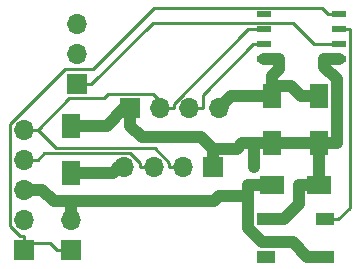
<source format=gtl>
G04 #@! TF.FileFunction,Copper,L1,Top,Signal*
%FSLAX46Y46*%
G04 Gerber Fmt 4.6, Leading zero omitted, Abs format (unit mm)*
G04 Created by KiCad (PCBNEW 4.0.7) date 02/19/20 23:21:01*
%MOMM*%
%LPD*%
G01*
G04 APERTURE LIST*
%ADD10C,0.100000*%
%ADD11R,1.600000X2.000000*%
%ADD12R,2.000000X1.600000*%
%ADD13R,1.700000X1.700000*%
%ADD14O,1.700000X1.700000*%
%ADD15R,1.143000X0.508000*%
%ADD16R,1.600000X1.000000*%
%ADD17C,0.600000*%
%ADD18C,1.000000*%
%ADD19C,0.250000*%
G04 APERTURE END LIST*
D10*
D11*
X137000000Y-98000000D03*
X137000000Y-94000000D03*
X120000000Y-96500000D03*
X120000000Y-100500000D03*
X141000000Y-98000000D03*
X141000000Y-94000000D03*
D12*
X141000000Y-101500000D03*
X137000000Y-101500000D03*
D13*
X120500000Y-93000000D03*
D14*
X120500000Y-90460000D03*
X120500000Y-87920000D03*
D13*
X116000000Y-107000000D03*
D14*
X116000000Y-104460000D03*
X116000000Y-101920000D03*
X116000000Y-99380000D03*
X116000000Y-96840000D03*
D13*
X120000000Y-107000000D03*
D14*
X120000000Y-104460000D03*
D15*
X136325000Y-90905000D03*
X136325000Y-89635000D03*
X136325000Y-88365000D03*
X136325000Y-87095000D03*
X142675000Y-87095000D03*
X142675000Y-88365000D03*
X142675000Y-89635000D03*
X142675000Y-90905000D03*
D13*
X132000000Y-100000000D03*
D14*
X129500000Y-100000000D03*
X127000000Y-100000000D03*
X124500000Y-100000000D03*
D13*
X125000000Y-95000000D03*
D14*
X127500000Y-95000000D03*
X130000000Y-95000000D03*
X132500000Y-95000000D03*
D16*
X141500000Y-107600000D03*
X141500000Y-104400000D03*
X136500000Y-107600000D03*
X136500000Y-104400000D03*
D17*
X135500000Y-100000000D03*
X132500000Y-102500000D03*
D18*
X135500000Y-100000000D02*
X135500000Y-98000000D01*
X135500000Y-98000000D02*
X135500000Y-98500000D01*
X135500000Y-98500000D02*
X135500000Y-98000000D01*
X123000000Y-96500000D02*
X120000000Y-96500000D01*
X124500000Y-95000000D02*
X123000000Y-96500000D01*
X125000000Y-95000000D02*
X124500000Y-95000000D01*
X132000000Y-98500000D02*
X132000000Y-100000000D01*
X131000000Y-97500000D02*
X132000000Y-98500000D01*
X126000000Y-97500000D02*
X131000000Y-97500000D01*
X125000000Y-96500000D02*
X126000000Y-97500000D01*
X125000000Y-95000000D02*
X125000000Y-96500000D01*
X134500000Y-98000000D02*
X135500000Y-98000000D01*
X135500000Y-98000000D02*
X137000000Y-98000000D01*
X134000000Y-98500000D02*
X134500000Y-98000000D01*
X132000000Y-98500000D02*
X134000000Y-98500000D01*
X137000000Y-98000000D02*
X141000000Y-98000000D01*
X142500300Y-92598500D02*
X142500300Y-98000000D01*
X141403200Y-91501400D02*
X142500300Y-92598500D01*
X141403200Y-90905000D02*
X141403200Y-91501400D01*
X142675000Y-90905000D02*
X141403200Y-90905000D01*
X141000000Y-98000000D02*
X142500300Y-98000000D01*
X136500000Y-104400000D02*
X138000300Y-104400000D01*
X141000000Y-101500000D02*
X141000000Y-98000000D01*
X139299700Y-103100600D02*
X138000300Y-104400000D01*
X139299700Y-101500000D02*
X139299700Y-103100600D01*
X141000000Y-101500000D02*
X139299700Y-101500000D01*
X132500000Y-102500000D02*
X134964500Y-102500000D01*
X134964500Y-102500000D02*
X134750000Y-102500000D01*
X134750000Y-102500000D02*
X134964500Y-102500000D01*
X132090300Y-102909700D02*
X120000000Y-102909700D01*
X132500000Y-102500000D02*
X132090300Y-102909700D01*
X133500000Y-94000000D02*
X137000000Y-94000000D01*
X132500000Y-95000000D02*
X133500000Y-94000000D01*
X137596800Y-91702900D02*
X137000000Y-92299700D01*
X137596800Y-90905000D02*
X137596800Y-91702900D01*
X136325000Y-90905000D02*
X137596800Y-90905000D01*
X116000000Y-101920000D02*
X117250200Y-101920000D01*
X117550300Y-101920000D02*
X118540000Y-102909700D01*
X118540000Y-102909700D02*
X120000000Y-102909700D01*
X117250200Y-101920000D02*
X117550300Y-101920000D01*
X120000000Y-104460000D02*
X120000000Y-102909700D01*
X137000000Y-94000000D02*
X137000000Y-93149800D01*
X137000000Y-93149800D02*
X137000000Y-92299700D01*
X138649500Y-93149800D02*
X139499700Y-94000000D01*
X137000000Y-93149800D02*
X138649500Y-93149800D01*
X141000000Y-94000000D02*
X139499700Y-94000000D01*
X124000000Y-100000000D02*
X123585000Y-100415000D01*
X124500000Y-100000000D02*
X124000000Y-100000000D01*
X123500000Y-100500000D02*
X120000000Y-100500000D01*
X123585000Y-100415000D02*
X123500000Y-100500000D01*
X137000000Y-101500000D02*
X135299700Y-101500000D01*
X134964500Y-101556200D02*
X135243500Y-101556200D01*
X135243500Y-101556200D02*
X135299700Y-101500000D01*
X134964500Y-102500000D02*
X134964500Y-101556200D01*
X141500000Y-107600000D02*
X139999700Y-107600000D01*
X139999700Y-107600000D02*
X138799400Y-106399700D01*
X138799400Y-106399700D02*
X136195400Y-106399700D01*
X136195400Y-106399700D02*
X134964500Y-105168800D01*
X134964500Y-105168800D02*
X134964500Y-102500000D01*
D19*
X143571800Y-103453500D02*
X143571800Y-88365000D01*
X142625300Y-104400000D02*
X143571800Y-103453500D01*
X141500000Y-104400000D02*
X142625300Y-104400000D01*
X142675000Y-88365000D02*
X143571800Y-88365000D01*
X134943000Y-88365000D02*
X136325000Y-88365000D01*
X128675300Y-94632700D02*
X134943000Y-88365000D01*
X128675300Y-95000000D02*
X128675300Y-94632700D01*
X118709600Y-98374300D02*
X117175300Y-96840000D01*
X127066300Y-98374300D02*
X118709600Y-98374300D01*
X128324700Y-99632700D02*
X127066300Y-98374300D01*
X128324700Y-100000000D02*
X128324700Y-99632700D01*
X129500000Y-100000000D02*
X128324700Y-100000000D01*
X116000000Y-96840000D02*
X117175300Y-96840000D01*
X127500000Y-95000000D02*
X128078200Y-95000000D01*
X128078200Y-95000000D02*
X128675300Y-95000000D01*
X119839900Y-94175400D02*
X117175300Y-96840000D01*
X122762500Y-94175400D02*
X119839900Y-94175400D01*
X123113300Y-93824600D02*
X122762500Y-94175400D01*
X126902800Y-93824600D02*
X123113300Y-93824600D01*
X128078200Y-95000000D02*
X126902800Y-93824600D01*
X131175300Y-93887900D02*
X135428200Y-89635000D01*
X131175300Y-95000000D02*
X131175300Y-93887900D01*
X130000000Y-95000000D02*
X131175300Y-95000000D01*
X136325000Y-89635000D02*
X135428200Y-89635000D01*
X125824700Y-99632600D02*
X125824700Y-100000000D01*
X125016800Y-98824700D02*
X125824700Y-99632600D01*
X117730600Y-98824700D02*
X125016800Y-98824700D01*
X117175300Y-99380000D02*
X117730600Y-98824700D01*
X116000000Y-99380000D02*
X117175300Y-99380000D01*
X127000000Y-100000000D02*
X125824700Y-100000000D01*
X120500000Y-93000000D02*
X121675300Y-93000000D01*
X126889800Y-87785500D02*
X121675300Y-93000000D01*
X138740500Y-87785500D02*
X126889800Y-87785500D01*
X140590000Y-89635000D02*
X138740500Y-87785500D01*
X142675000Y-89635000D02*
X140590000Y-89635000D01*
X115632600Y-105824700D02*
X116000000Y-105824700D01*
X114824700Y-105016800D02*
X115632600Y-105824700D01*
X114824700Y-96347200D02*
X114824700Y-105016800D01*
X119480100Y-91691800D02*
X114824700Y-96347200D01*
X121863900Y-91691800D02*
X119480100Y-91691800D01*
X127040000Y-86515700D02*
X121863900Y-91691800D01*
X141198900Y-86515700D02*
X127040000Y-86515700D01*
X141778200Y-87095000D02*
X141198900Y-86515700D01*
X142675000Y-87095000D02*
X141778200Y-87095000D01*
X116000000Y-107000000D02*
X116000000Y-106412300D01*
X116000000Y-106412300D02*
X116000000Y-105824700D01*
X118237000Y-106412300D02*
X118824700Y-107000000D01*
X116000000Y-106412300D02*
X118237000Y-106412300D01*
X120000000Y-107000000D02*
X118824700Y-107000000D01*
M02*

</source>
